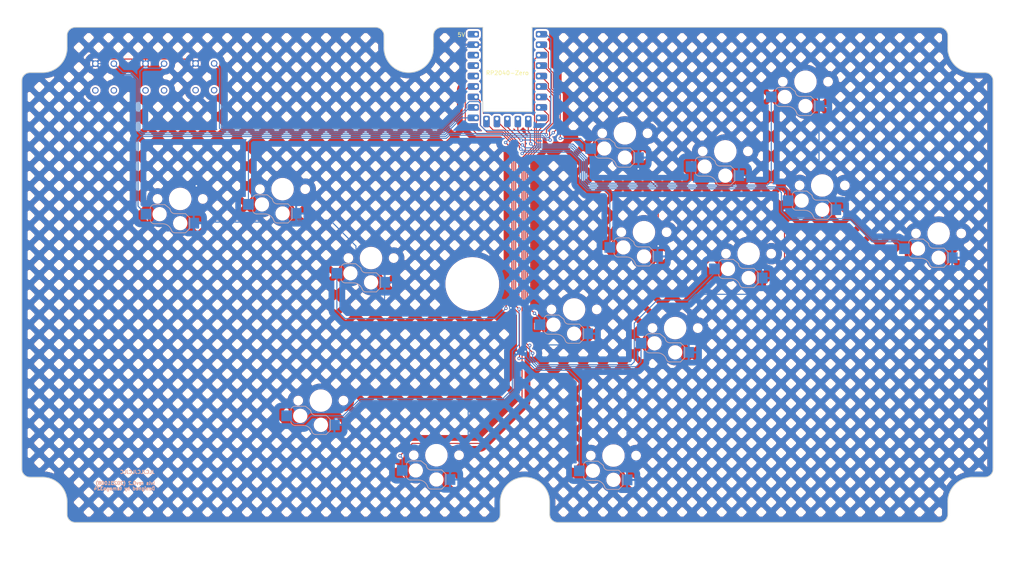
<source format=kicad_pcb>
(kicad_pcb (version 20221018) (generator pcbnew)
  (layers (0 "F.Cu" signal) (31 "B.Cu" signal) (34 "B.Paste" user) (35 "F.Paste" user) (36 "B.SilkS" user "B.Silkscreen") (37 "F.SilkS" user "F.Silkscreen") (38 "B.Mask" user) (39 "F.Mask" user) (44 "Edge.Cuts" user))
  (net 0 "")
  (net 1 "UP")
  (net 2 "DOWN")
  (net 3 "RIGHT")
  (net 4 "LEFT")
  (net 5 "B1(1K)")
  (net 6 "B2(2K)")
  (net 7 "R2(3K)")
  (net 8 "L2(4K)")
  (net 9 "B3(1P)")
  (net 10 "B4(2P)")
  (net 11 "R1(3P)")
  (net 12 "L1(4P)")
  (net 13 "S1(SELECT)")
  (net 14 "S2(START)")
  (net 15 "A1(HOME)")
  (net 16 "LS(L3)")
  (net 17 "RS(R3)")
  (net 18 "A2(CAPTURE)")
  (net 19 "GND")
  (net 20 "+3.3V")
  (footprint "lvls_kbd_parts:nut_hole_12.6" (layer "F.Cu") (at 129.6 85.7)
    (fp_text reference "H1" hide)
    (fp_text value "MountingHole" hide)
  )
  (footprint "lvls_kbd_parts:ChocV1_V2_Hotswap_mods" (layer "F.Cu") (at 92.79 114.04)
    (fp_text reference "SW13" hide)
    (fp_text value "SW_PUSH" hide)
  )
  (footprint "lvls_kbd_parts:ChocV1_V2_Hotswap_mods" (layer "F.Cu") (at 163.92 127.4)
    (fp_text reference "SW15" hide)
    (fp_text value "SW_PUSH" hide)
  )
  (footprint "SamacSys_Parts:TS0606FNBLK" (layer "F.Cu") (at 42.48 32.1315 -90)
    (fp_text reference "S1" hide)
    (fp_text value "TS-0606-F-N-BLK" hide)
  )
  (footprint "lvls_kbd_parts:ChocV1_V2_Hotswap_mods" (layer "F.Cu") (at 58.6 65.02)
    (fp_text reference "SW3" hide)
    (fp_text value "SW_PUSH" hide)
  )
  (footprint "lvls_kbd_parts:RP2040-Zero" (layer "F.Cu") (at 127.979 47.845)
    (fp_text reference "RZ1")
    (fp_text value "RP2040-Zero")
  )
  (footprint "lvls_kbd_parts:ChocV1_V2_Hotswap_mods" (layer "F.Cu") (at 178.92 96.41)
    (fp_text reference "SW11" hide)
    (fp_text value "SW_PUSH" hide)
  )
  (footprint "lvls_kbd_parts:ChocV1_V2_Hotswap_mods" (layer "F.Cu") (at 120.88 127.32)
    (fp_text reference "SW14" hide)
    (fp_text value "SW_PUSH" hide)
  )
  (footprint "lvls_kbd_parts:ChocV1_V2_Hotswap_mods" (layer "F.Cu") (at 214.67 61.74)
    (fp_text reference "SW8" hide)
    (fp_text value "SW_PUSH" hide)
  )
  (footprint "lvls_kbd_parts:ChocV1_V2_Hotswap_mods" (layer "F.Cu") (at 104.99 79.39)
    (fp_text reference "SW5" hide)
    (fp_text value "SW_PUSH" hide)
  )
  (footprint "lvls_kbd_parts:ChocV1_V2_Hotswap_mods" (layer "F.Cu") (at 191.11 53.45)
    (fp_text reference "SW7" hide)
    (fp_text value "SW_PUSH" hide)
  )
  (footprint "lvls_kbd_parts:ChocV1_V2_Hotswap_mods" (layer "F.Cu") (at 154.35 91.88)
    (fp_text reference "SW10" hide)
    (fp_text value "SW_PUSH" hide)
  )
  (footprint "lvls_kbd_parts:ChocV1_V2_Hotswap_mods" (layer "F.Cu") (at 196.78 78.33)
    (fp_text reference "SW12" hide)
    (fp_text value "SW_PUSH" hide)
  )
  (footprint "lvls_kbd_parts:ChocV1_V2_Hotswap_mods" (layer "F.Cu") (at 242.97 73.41)
    (fp_text reference "SW9" hide)
    (fp_text value "SW_PUSH" hide)
  )
  (footprint "lvls_kbd_parts:ChocV1_V2_Hotswap_mods" (layer "F.Cu") (at 171.34 73.1)
    (fp_text reference "SW6" hide)
    (fp_text value "SW_PUSH" hide)
  )
  (footprint "lvls_kbd_parts:ChocV1_V2_Hotswap_mods" (layer "F.Cu") (at 210.59 36.52)
    (fp_text reference "SW1" hide)
    (fp_text value "SW_PUSH" hide)
  )
  (footprint "SamacSys_Parts:TS0606FNBLK" (layer "F.Cu") (at 54.68 32.1315 -90)
    (fp_text reference "S2" hide)
    (fp_text value "TS-0606-F-N-BLK" hide)
  )
  (footprint "lvls_kbd_parts:ChocV1_V2_Hotswap_mods" (layer "F.Cu") (at 166.7 49.07)
    (fp_text reference "SW2" hide)
    (fp_text value "SW_PUSH" hide)
  )
  (footprint "SamacSys_Parts:TS0606FNBLK" (layer "F.Cu") (at 66.85 32.0815 -90)
    (fp_text reference "S3" hide)
    (fp_text value "TS-0606-F-N-BLK" hide)
  )
  (footprint "lvls_kbd_parts:ChocV1_V2_Hotswap_mods" (layer "F.Cu") (at 83.49 62.64)
    (fp_text reference "SW4" hide)
    (fp_text value "SW_PUSH" hide)
  )
  (gr_arc (start 31.1 28.3) (mid 29.34264 32.54264) (end 25.1 34.3) (stroke (width 0.2)) (layer "Edge.Cuts"))
  (gr_arc (start 245.19973 138.670263) (mid 246.957082 134.427605) (end 251.19973 132.670263) (stroke (width 0.2)) (layer "Edge.Cuts"))
  (gr_arc (start 245.19973 141.670263) (mid 244.613936 143.08446) (end 243.19973 143.670263) (stroke (width 0.2)) (layer "Edge.Cuts"))
  (gr_line (start 132.149865 23.3) (end 132.149865 43.8) (stroke (width 0.2)) (layer "Edge.Cuts"))
  (gr_arc (start 136.39635 141.670263) (mid 135.810564 143.084477) (end 134.39635 143.670263) (stroke (width 0.2)) (layer "Edge.Cuts"))
  (gr_line (start 22.1 132.670263) (end 25.1 132.670263) (stroke (width 0.2)) (layer "Edge.Cuts"))
  (gr_arc (start 120.149865 28.3) (mid 114.149865 34.3) (end 108.149865 28.3) (stroke (width 0.2)) (layer "Edge.Cuts"))
  (gr_line (start 33.1 23.3) (end 106.149865 23.3) (stroke (width 0.2)) (layer "Edge.Cuts"))
  (gr_arc (start 31.1 25.3) (mid 31.685786 23.885786) (end 33.1 23.3) (stroke (width 0.2)) (layer "Edge.Cuts"))
  (gr_arc (start 22.1 132.670263) (mid 20.685786 132.084477) (end 20.1 130.670263) (stroke (width 0.2)) (layer "Edge.Cuts"))
  (gr_line (start 256.19973 36.3) (end 256.19973 130.670263) (stroke (width 0.2)) (layer "Edge.Cuts"))
  (gr_line (start 120.149865 25.3) (end 120.149865 28.3) (stroke (width 0.2)) (layer "Edge.Cuts"))
  (gr_arc (start 33.1 143.670263) (mid 31.685786 143.084477) (end 31.1 141.670263) (stroke (width 0.2)) (layer "Edge.Cuts"))
  (gr_line (start 245.19973 141.670263) (end 245.19973 138.670263) (stroke (width 0.2)) (layer "Edge.Cuts"))
  (gr_line (start 254.19973 34.3) (end 251.19973 34.3) (stroke (width 0.2)) (layer "Edge.Cuts"))
  (gr_line (start 20.1 36.3) (end 20.1 130.670263) (stroke (width 0.2)) (layer "Edge.Cuts"))
  (gr_arc (start 256.19973 130.670263) (mid 255.613936 132.08446) (end 254.19973 132.670263) (stroke (width 0.2)) (layer "Edge.Cuts"))
  (gr_arc (start 120.149865 25.3) (mid 120.735651 23.885786) (end 122.149865 23.3) (stroke (width 0.2)) (layer "Edge.Cuts"))
  (gr_line (start 122.149865 23.3) (end 132.149865 23.3) (stroke (width 0.2)) (layer "Edge.Cuts"))
  (gr_arc (start 25.1 132.670263) (mid 29.34264 134.427623) (end 31.1 138.670263) (stroke (width 0.2)) (layer "Edge.Cuts"))
  (gr_line (start 31.1 141.670263) (end 31.1 138.670263) (stroke (width 0.2)) (layer "Edge.Cuts"))
  (gr_arc (start 136.39635 138.670263) (mid 142.39635 132.670263) (end 148.39635 138.670263) (stroke (width 0.2)) (layer "Edge.Cuts"))
  (gr_arc (start 20.1 36.3) (mid 20.685786 34.885786) (end 22.1 34.3) (stroke (width 0.2)) (layer "Edge.Cuts"))
  (gr_line (start 132.149865 43.8) (end 144.149865 43.8) (stroke (width 0.2)) (layer "Edge.Cuts"))
  (gr_arc (start 106.149865 23.3) (mid 107.564079 23.885786) (end 108.149865 25.3) (stroke (width 0.2)) (layer "Edge.Cuts"))
  (gr_line (start 136.39635 141.670263) (end 136.39635 138.670263) (stroke (width 0.2)) (layer "Edge.Cuts"))
  (gr_line (start 150.39635 143.670263) (end 243.19973 143.670263) (stroke (width 0.2)) (layer "Edge.Cuts"))
  (gr_line (start 148.39635 141.670263) (end 148.39635 138.670263) (stroke (width 0.2)) (layer "Edge.Cuts"))
  (gr_arc (start 243.19973 23.3) (mid 244.613969 23.885778) (end 245.19973 25.3) (stroke (width 0.2)) (layer "Edge.Cuts"))
  (gr_arc (start 150.39635 143.670263) (mid 148.98214 143.084475) (end 148.39635 141.670263) (stroke (width 0.2)) (layer "Edge.Cuts"))
  (gr_line (start 245.19973 25.3) (end 245.19973 28.3) (stroke (width 0.2)) (layer "Edge.Cuts"))
  (gr_line (start 33.1 143.670263) (end 134.39635 143.670263) (stroke (width 0.2)) (layer "Edge.Cuts"))
  (gr_arc (start 251.19973 34.3) (mid 246.957091 32.542639) (end 245.19973 28.3) (stroke (width 0.2)) (layer "Edge.Cuts"))
  (gr_line (start 22.1 34.3) (end 25.1 34.3) (stroke (width 0.2)) (layer "Edge.Cuts"))
  (gr_line (start 108.149865 25.3) (end 108.149865 28.3) (stroke (width 0.2)) (layer "Edge.Cuts"))
  (gr_line (start 31.1 25.3) (end 31.1 28.3) (stroke (width 0.2)) (layer "Edge.Cuts"))
  (gr_line (start 254.19973 132.670263) (end 251.19973 132.670263) (stroke (width 0.2)) (layer "Edge.Cuts"))
  (gr_line (start 144.149865 23.3) (end 243.19973 23.3) (stroke (width 0.2)) (layer "Edge.Cuts"))
  (gr_arc (start 254.19973 34.3) (mid 255.613969 34.885778) (end 256.19973 36.3) (stroke (width 0.2)) (layer "Edge.Cuts"))
  (gr_line (start 144.149865 43.8) (end 144.149865 23.3) (stroke (width 0.2)) (layer "Edge.Cuts"))
  (gr_text "JLCJLCJLCJLC" (at 48.2 131.4) (layer "B.SilkS") (effects (font (size 0.8128 0.8128) (thickness 0.2032) bold) (justify mirror)))
  (gr_text "lvls rev0.2 (20231008)\nDesigned by tamago324" (at 52.6 135.9) (layer "B.SilkS") (effects (font (size 0.8128 0.8128) (thickness 0.2032) bold) (justify left bottom mirror)))
  (segment (start 144.734 51.991305) (end 141.7 55.025305) (width 0.25) (layer "F.Cu") (net 1))
  (segment (start 141.7 114.22) (end 131.475 124.445) (width 0.25) (layer "F.Cu") (net 1))
  (segment (start 144.734 31.09) (end 144.734 51.991305) (width 0.25) (layer "F.Cu") (net 1))
  (segment (start 115.035 124.445) (end 112.04 127.44) (width 0.25) (layer "F.Cu") (net 1))
  (segment (start 141.7 55.025305) (end 141.7 114.22) (width 0.25) (layer "F.Cu") (net 1))
  (segment (start 131.475 124.445) (end 115.035 124.445) (width 0.25) (layer "F.Cu") (net 1))
  (segment (start 145.759 30.065) (end 144.734 31.09) (width 0.25) (layer "F.Cu") (net 1))
  (via (at 112.04 127.44) (size 0.8) (drill 0.4) (layers "F.Cu" "B.Cu") (net 1))
  (segment (start 112.58 127.98) (end 112.58 131.02) (width 0.25) (layer "B.Cu") (net 1))
  (segment (start 112.04 127.44) (end 112.58 127.98) (width 0.25) (layer "B.Cu") (net 1))
  (segment (start 146.88 32.605) (end 145.759 32.605) (width 0.25) (layer "F.Cu") (net 2))
  (segment (start 148.85 38.177208) (end 148.85 34.575) (width 0.25) (layer "F.Cu") (net 2))
  (segment (start 150.4655 39.792708) (end 148.85 38.177208) (width 0.25) (layer "F.Cu") (net 2))
  (segment (start 149.3 48.9) (end 150.4655 47.7345) (width 0.25) (layer "F.Cu") (net 2))
  (segment (start 148.85 34.575) (end 146.88 32.605) (width 0.25) (layer "F.Cu") (net 2))
  (segment (start 150.4655 47.7345) (end 150.4655 39.792708) (width 0.25) (layer "F.Cu") (net 2))
  (via (at 149.3 48.9) (size 0.8) (drill 0.4) (layers "F.Cu" "B.Cu") (net 2))
  (segment (start 146.724695 49.55) (end 124.059188 49.55) (width 0.25) (layer "B.Cu") (net 2))
  (segment (start 76.0005 50.2995) (end 75.19 51.11) (width 0.25) (layer "B.Cu") (net 2))
  (segment (start 148.059503 50.140497) (end 147.315192 50.140497) (width 0.25) (layer "B.Cu") (net 2))
  (segment (start 124.059188 49.55) (end 123.309688 50.2995) (width 0.25) (layer "B.Cu") (net 2))
  (segment (start 75.19 51.11) (end 75.19 66.34) (width 0.25) (layer "B.Cu") (net 2))
  (segment (start 123.309688 50.2995) (end 76.0005 50.2995) (width 0.25) (layer "B.Cu") (net 2))
  (segment (start 149.3 48.9) (end 148.059503 50.140497) (width 0.25) (layer "B.Cu") (net 2))
  (segment (start 147.315192 50.140497) (end 146.724695 49.55) (width 0.25) (layer "B.Cu") (net 2))
  (segment (start 148.512299 50.712299) (end 148.4 50.6) (width 0.25) (layer "F.Cu") (net 3))
  (segment (start 148.4 50.6) (end 148.4 48.072792) (width 0.25) (layer "F.Cu") (net 3))
  (segment (start 139.25 52.85) (end 137.7 51.3) (width 0.25) (layer "F.Cu") (net 3))
  (segment (start 139.25 89.55) (end 139.25 52.85) (width 0.25) (layer "F.Cu") (net 3))
  (segment (start 137.801334 91.601334) (end 137.801334 90.998666) (width 0.25) (layer "F.Cu") (net 3))
  (segment (start 148.116 38.079604) (end 148.116 36.984624) (width 0.25) (layer "F.Cu") (net 3))
  (segment (start 148.4 48.072792) (end 150.0155 46.457292) (width 0.25) (layer "F.Cu") (net 3))
  (segment (start 146.276376 35.145) (end 145.759 35.145) (width 0.25) (layer "F.Cu") (net 3))
  (segment (start 150.0155 39.979104) (end 148.116 38.079604) (width 0.25) (layer "F.Cu") (net 3))
  (segment (start 148.116 36.984624) (end 146.276376 35.145) (width 0.25) (layer "F.Cu") (net 3))
  (segment (start 137.801334 90.998666) (end 139.25 89.55) (width 0.25) (layer "F.Cu") (net 3))
  (segment (start 150.0155 46.457292) (end 150.0155 39.979104) (width 0.25) (layer "F.Cu") (net 3))
  (via (at 137.801334 91.601334) (size 0.8) (drill 0.4) (layers "F.Cu" "B.Cu") (net 3))
  (via (at 148.512299 50.712299) (size 0.8) (drill 0.4) (layers "F.Cu" "B.Cu") (net 3))
  (via (at 137.7 51.3) (size 0.8) (drill 0.4) (layers "F.Cu" "B.Cu") (net 3))
  (segment (start 146.538299 50) (end 139 50) (width 0.25) (layer "B.Cu") (net 3))
  (segment (start 96.69 92.09) (end 96.69 83.09) (width 0.25) (layer "B.Cu") (net 3))
  (segment (start 148.512299 50.712299) (end 147.250598 50.712299) (width 0.25) (layer "B.Cu") (net 3))
  (segment (start 139 50) (end 137.7 51.3) (width 0.25) (layer "B.Cu") (net 3))
  (segment (start 98.7 94.1) (end 96.69 92.09) (width 0.25) (layer "B.Cu") (net 3))
  (segment (start 135.302669 94.1) (end 98.7 94.1) (width 0.25) (layer "B.Cu") (net 3))
  (segment (start 96.53 82.93) (end 96.69 83.09) (width 0.25) (layer "B.Cu") (net 3))
  (segment (start 137.7 51.3) (end 137.8 51.2) (width 0.25) (layer "B.Cu") (net 3))
  (segment (start 137.801334 91.601334) (end 135.302669 94.1) (width 0.25) (layer "B.Cu") (net 3))
  (segment (start 147.250598 50.712299) (end 146.538299 50) (width 0.25) (layer "B.Cu") (net 3))
  (segment (start 149.3 39.9) (end 147.085 37.685) (width 0.25) (layer "F.Cu") (net 4))
  (segment (start 147.615497 49.415497) (end 147.615497 48.220899) (width 0.25) (layer "F.Cu") (net 4))
  (segment (start 147.615497 48.220899) (end 149.3 46.536396) (width 0.25) (layer "F.Cu") (net 4))
  (segment (start 147.085 37.685) (end 145.759 37.685) (width 0.25) (layer "F.Cu") (net 4))
  (segment (start 149.3 46.536396) (end 149.3 39.9) (width 0.25) (layer "F.Cu") (net 4))
  (via (at 147.615497 49.415497) (size 0.8) (drill 0.4) (layers "F.Cu" "B.Cu") (net 4))
  (segment (start 48.35 50.75) (end 48.35 66.77) (width 0.25) (layer "B.Cu") (net 4))
  (segment (start 48.35 66.77) (end 50.3 68.72) (width 0.25) (layer "B.Cu") (net 4))
  (segment (start 147.3 49.1) (end 123.872792 49.1) (width 0.25) (layer "B.Cu") (net 4))
  (segment (start 147.615497 49.415497) (end 147.3 49.1) (width 0.25) (layer "B.Cu") (net 4))
  (segment (start 49.2505 49.8495) (end 48.35 50.75) (width 0.25) (layer "B.Cu") (net 4))
  (segment (start 123.123292 49.8495) (end 49.2505 49.8495) (width 0.25) (layer "B.Cu") (net 4))
  (segment (start 123.872792 49.1) (end 123.123292 49.8495) (width 0.25) (layer "B.Cu") (net 4))
  (segment (start 146.1 52.534493) (end 143.05 55.584493) (width 0.25) (layer "F.Cu") (net 5))
  (segment (start 147.4 40.225) (end 148.566 41.391) (width 0.25) (layer "F.Cu") (net 5))
  (segment (start 148.566 46.634) (end 146.1 49.1) (width 0.25) (layer "F.Cu") (net 5))
  (segment (start 144.73 92.82) (end 144.81 92.89) (width 0.25) (layer "F.Cu") (net 5))
  (segment (start 143.05 91.14) (end 144.73 92.82) (width 0.25) (layer "F.Cu") (net 5))
  (segment (start 145.759 40.225) (end 147.4 40.225) (width 0.25) (layer "F.Cu") (net 5))
  (segment (start 146.1 49.1) (end 146.1 52.534493) (width 0.25) (layer "F.Cu") (net 5))
  (segment (start 148.566 41.391) (end 148.566 46.634) (width 0.25) (layer "F.Cu") (net 5))
  (segment (start 143.05 55.584493) (end 143.05 91.14) (width 0.25) (layer "F.Cu") (net 5))
  (via (at 144.73 92.82) (size 0.8) (drill 0.4) (layers "F.Cu" "B.Cu") (net 5))
  (segment (start 146.05 94.14) (end 144.73 92.82) (width 0.25) (layer "B.Cu") (net 5))
  (segment (start 146.05 95.58) (end 146.05 94.14) (width 0.25) (layer "B.Cu") (net 5))
  (segment (start 145.634 48.487376) (end 148.116 46.005376) (width 0.25) (layer "F.Cu") (net 6))
  (segment (start 147.211376 43.7) (end 147.2 43.7) (width 0.25) (layer "F.Cu") (net 6))
  (segment (start 146.276376 42.765) (end 145.759 42.765) (width 0.25) (layer "F.Cu") (net 6))
  (segment (start 143.224039 100.624039) (end 142.6 100) (width 0.25) (layer "F.Cu") (net 6))
  (segment (start 142.6 100) (end 142.6 55.398097) (width 0.25) (layer "F.Cu") (net 6))
  (segment (start 147.2 43.7) (end 147.2 43.688624) (width 0.25) (layer "F.Cu") (net 6))
  (segment (start 148.116 46.005376) (end 148.116 44.604624) (width 0.25) (layer "F.Cu") (net 6))
  (segment (start 142.6 55.398097) (end 145.634 52.364097) (width 0.25) (layer "F.Cu") (net 6))
  (segment (start 148.116 44.604624) (end 147.211376 43.7) (width 0.25) (layer "F.Cu") (net 6))
  (segment (start 145.634 52.364097) (end 145.634 48.487376) (width 0.25) (layer "F.Cu") (net 6))
  (segment (start 143.558638 100.624039) (end 143.224039 100.624039) (width 0.25) (layer "F.Cu") (net 6))
  (segment (start 147.2 43.688624) (end 146.276376 42.765) (width 0.25) (layer "F.Cu") (net 6))
  (via (at 143.558638 100.624039) (size 0.8) (drill 0.4) (layers "F.Cu" "B.Cu") (net 6))
  (segment (start 169.4215 105.7785) (end 170.62 104.58) (width 0.25) (layer "B.Cu") (net 6))
  (segment (start 143.558638 103.622242) (end 145.714896 105.7785) (width 0.25) (layer "B.Cu") (net 6))
  (segment (start 145.714896 105.7785) (end 169.4215 105.7785) (width 0.25) (layer "B.Cu") (net 6))
  (segment (start 143.558638 100.624039) (end 143.558638 103.622242) (width 0.25) (layer "B.Cu") (net 6))
  (segment (start 170.62 104.58) (end 170.62 100.11) (width 0.25) (layer "B.Cu") (net 6))
  (segment (start 145.184 52.177701) (end 145.184 45.88) (width 0.25) (layer "F.Cu") (net 7))
  (segment (start 144.283138 102.537701) (end 144.283138 102.373138) (width 0.25) (layer "F.Cu") (net 7))
  (segment (start 142.15 55.211701) (end 145.184 52.177701) (width 0.25) (layer "F.Cu") (net 7))
  (segment (start 145.184 45.88) (end 145.759 45.305) (width 0.25) (layer "F.Cu") (net 7))
  (segment (start 144.283138 102.373138) (end 142.15 100.24) (width 0.25) (layer "F.Cu") (net 7))
  (segment (start 142.15 100.24) (end 142.15 55.211701) (width 0.25) (layer "F.Cu") (net 7))
  (via (at 144.283138 102.537701) (size 0.8) (drill 0.4) (layers "F.Cu" "B.Cu") (net 7))
  (segment (start 168.995 95.205) (end 174.6 89.6) (width 0.25) (layer "B.Cu") (net 7))
  (segment (start 144.283138 102.537701) (end 144.283138 103.710346) (width 0.25) (layer "B.Cu") (net 7))
  (segment (start 145.901292 105.3285) (end 168.2715 105.3285) (width 0.25) (layer "B.Cu") (net 7))
  (segment (start 168.2715 105.3285) (end 168.995 104.605) (width 0.25) (layer "B.Cu") (net 7))
  (segment (start 168.995 104.605) (end 168.995 95.205) (width 0.25) (layer "B.Cu") (net 7))
  (segment (start 174.6 89.6) (end 181.863604 89.6) (width 0.25) (layer "B.Cu") (net 7))
  (segment (start 144.283138 103.710346) (end 145.901292 105.3285) (width 0.25) (layer "B.Cu") (net 7))
  (segment (start 181.863604 89.6) (end 188.48 82.983604) (width 0.25) (layer "B.Cu") (net 7))
  (segment (start 188.48 82.983604) (end 188.48 82.03) (width 0.25) (layer "B.Cu") (net 7))
  (segment (start 143.8 51.6) (end 143.8 51.7) (width 0.25) (layer "F.Cu") (net 8))
  (segment (start 143.7 51.6) (end 143.7 51.6) (width 0.25) (layer "F.Cu") (net 8))
  (segment (start 143.7 51.6) (end 143.8 51.6) (width 0.25) (layer "F.Cu") (net 8))
  (segment (start 143.7 49.1245) (end 143.219 48.6435) (width 0.25) (layer "F.Cu") (net 8))
  (segment (start 143.8 51.7) (end 143.9 51.8) (width 0.25) (layer "F.Cu") (net 8))
  (segment (start 143.7 49.1245) (end 143.7 51.6) (width 0.25) (layer "F.Cu") (net 8))
  (segment (start 143.219 48.6435) (end 143.219 45.515) (width 0.25) (layer "F.Cu") (net 8))
  (via (at 143.8 51.6) (size 0.8) (drill 0.4) (layers "F.Cu" "B.Cu") (net 8))
  (segment (start 201.35 61.65) (end 202.29 60.71) (width 0.25) (layer "B.Cu") (net 8))
  (segment (start 143.8 51.6) (end 144.35 52.15) (width 0.25) (layer "B.Cu") (net 8))
  (segment (start 157.05 55.286396) (end 157.05 60.45) (width 0.25) (layer "B.Cu") (net 8))
  (segment (start 144.35 52.15) (end 153.913604 52.15) (width 0.25) (layer "B.Cu") (net 8))
  (segment (start 157.05 60.45) (end 158.25 61.65) (width 0.25) (layer "B.Cu") (net 8))
  (segment (start 202.29 60.71) (end 202.29 40.22) (width 0.25) (layer "B.Cu") (net 8))
  (segment (start 158.25 61.65) (end 201.35 61.65) (width 0.25) (layer "B.Cu") (net 8))
  (segment (start 153.913604 52.15) (end 157.05 55.286396) (width 0.25) (layer "B.Cu") (net 8))
  (segment (start 142.5 53.298395) (end 142.5 50.3) (width 0.25) (layer "F.Cu") (net 9))
  (segment (start 142.5 50.3) (end 140.679 48.479) (width 0.25) (layer "F.Cu") (net 9))
  (segment (start 141.876195 53.824511) (end 141.973884 53.824511) (width 0.25) (layer "F.Cu") (net 9))
  (segment (start 141.973884 53.824511) (end 142.5 53.298395) (width 0.25) (layer "F.Cu") (net 9))
  (segment (start 141.744918 53.955788) (end 141.876195 53.824511) (width 0.25) (layer "F.Cu") (net 9))
  (segment (start 140.679 48.479) (end 140.679 45.515) (width 0.25) (layer "F.Cu") (net 9))
  (via (at 141.744918 53.955788) (size 0.8) (drill 0.4) (layers "F.Cu" "B.Cu") (net 9))
  (segment (start 153.507641 53.653225) (end 155.7 55.845584) (width 0.25) (layer "B.Cu") (net 9))
  (segment (start 141.744918 53.955788) (end 141.744918 53.891813) (width 0.25) (layer "B.Cu") (net 9))
  (segment (start 141.983506 53.653225) (end 153.507641 53.653225) (width 0.25) (layer "B.Cu") (net 9))
  (segment (start 157.590812 63) (end 162.2 63) (width 0.25) (layer "B.Cu") (net 9))
  (segment (start 141.744918 53.891813) (end 141.983506 53.653225) (width 0.25) (layer "B.Cu") (net 9))
  (segment (start 162.2 63) (end 163.04 63.84) (width 0.25) (layer "B.Cu") (net 9))
  (segment (start 163.04 63.84) (end 163.04 76.8) (width 0.25) (layer "B.Cu") (net 9))
  (segment (start 155.7 55.845584) (end 155.7 61.109188) (width 0.25) (layer "B.Cu") (net 9))
  (segment (start 155.7 61.109188) (end 157.590812 63) (width 0.25) (layer "B.Cu") (net 9))
  (segment (start 141.5 50.7245) (end 141.3245 50.7245) (width 0.25) (layer "F.Cu") (net 10))
  (segment (start 138.139 47.539) (end 138.139 45.515) (width 0.25) (layer "F.Cu") (net 10))
  (segment (start 141.3245 50.7245) (end 138.139 47.539) (width 0.25) (layer "F.Cu") (net 10))
  (via (at 141.5 50.7245) (size 0.8) (drill 0.4) (layers "F.Cu" "B.Cu") (net 10))
  (segment (start 145.3 51.7) (end 154.1 51.7) (width 0.25) (layer "B.Cu") (net 10))
  (segment (start 141.5 50.7245) (end 141.5245 50.7) (width 0.25) (layer "B.Cu") (net 10))
  (segment (start 157.5 55.1) (end 157.5 60.263604) (width 0.25) (layer "B.Cu") (net 10))
  (segment (start 157.5 60.263604) (end 158.436396 61.2) (width 0.25) (layer "B.Cu") (net 10))
  (segment (start 158.436396 61.2) (end 182 61.2) (width 0.25) (layer "B.Cu") (net 10))
  (segment (start 182 61.2) (end 182.81 60.39) (width 0.25) (layer "B.Cu") (net 10))
  (segment (start 141.5245 50.7) (end 144.3 50.7) (width 0.25) (layer "B.Cu") (net 10))
  (segment (start 182.81 60.39) (end 182.81 57.15) (width 0.25) (layer "B.Cu") (net 10))
  (segment (start 154.1 51.7) (end 157.5 55.1) (width 0.25) (layer "B.Cu") (net 10))
  (segment (start 144.3 50.7) (end 145.3 51.7) (width 0.25) (layer "B.Cu") (net 10))
  (segment (start 141.7755 51.9) (end 141.431605 51.9) (width 0.25) (layer "F.Cu") (net 11))
  (segment (start 141.431605 51.9) (end 135.599 46.067395) (width 0.25) (layer "F.Cu") (net 11))
  (segment (start 135.599 46.067395) (end 135.599 45.515) (width 0.25) (layer "F.Cu") (net 11))
  (via (at 141.7755 51.9) (size 0.8) (drill 0.4) (layers "F.Cu" "B.Cu") (net 11))
  (segment (start 141.7755 51.9) (end 142.4755 52.6) (width 0.25) (layer "B.Cu") (net 11))
  (segment (start 205.5 62.1) (end 206.37 62.97) (width 0.25) (layer "B.Cu") (net 11))
  (segment (start 153.727208 52.6) (end 156.6 55.472792) (width 0.25) (layer "B.Cu") (net 11))
  (segment (start 157.963604 62.1) (end 205.5 62.1) (width 0.25) (layer "B.Cu") (net 11))
  (segment (start 156.6 55.472792) (end 156.6 60.736396) (width 0.25) (layer "B.Cu") (net 11))
  (segment (start 206.37 62.97) (end 206.37 65.44) (width 0.25) (layer "B.Cu") (net 11))
  (segment (start 156.6 60.736396) (end 157.963604 62.1) (width 0.25) (layer "B.Cu") (net 11))
  (segment (start 142.4755 52.6) (end 153.727208 52.6) (width 0.25) (layer "B.Cu") (net 11))
  (segment (start 133.059 46.659) (end 133.059 45.515) (width 0.25) (layer "F.Cu") (net 12))
  (segment (start 137.195209 48.3) (end 134.7 48.3) (width 0.25) (layer "F.Cu") (net 12))
  (segment (start 141.4 52.9) (end 141.0505 52.5505) (width 0.25) (layer "F.Cu") (net 12))
  (segment (start 141.0505 52.155291) (end 137.195209 48.3) (width 0.25) (layer "F.Cu") (net 12))
  (segment (start 141.0505 52.5505) (end 141.0505 52.155291) (width 0.25) (layer "F.Cu") (net 12))
  (segment (start 134.7 48.3) (end 133.059 46.659) (width 0.25) (layer "F.Cu") (net 12))
  (via (at 141.4 52.9) (size 0.8) (drill 0.4) (layers "F.Cu" "B.Cu") (net 12))
  (segment (start 157.777208 62.55) (end 203.85 62.55) (width 0.25) (layer "B.Cu") (net 12))
  (segment (start 204.745 63.445) (end 204.745 68.070305) (width 0.25) (layer "B.Cu") (net 12))
  (segment (start 156.15 55.659188) (end 156.15 60.922792) (width 0.25) (layer "B.Cu") (net 12))
  (segment (start 206.914695 70.24) (end 221.560604 70.24) (width 0.25) (layer "B.Cu") (net 12))
  (segment (start 226.755604 75.435) (end 232.995 75.435) (width 0.25) (layer "B.Cu") (net 12))
  (segment (start 204.745 68.070305) (end 206.914695 70.24) (width 0.25) (layer "B.Cu") (net 12))
  (segment (start 203.85 62.55) (end 204.745 63.445) (width 0.25) (layer "B.Cu") (net 12))
  (segment (start 156.15 60.922792) (end 157.777208 62.55) (width 0.25) (layer "B.Cu") (net 12))
  (segment (start 141.4 52.9) (end 141.493885 52.9) (width 0.25) (layer "B.Cu") (net 12))
  (segment (start 141.493885 52.9) (end 141.79711 53.203225) (width 0.25) (layer "B.Cu") (net 12))
  (segment (start 232.995 75.435) (end 234.67 77.11) (width 0.25) (layer "B.Cu") (net 12))
  (segment (start 221.560604 70.24) (end 226.755604 75.435) (width 0.25) (layer "B.Cu") (net 12))
  (segment (start 141.79711 53.203225) (end 153.694037 53.203225) (width 0.25) (layer "B.Cu") (net 12))
  (segment (start 153.694037 53.203225) (end 156.15 55.659188) (width 0.25) (layer "B.Cu") (net 12))
  (segment (start 128.876524 41.3501) (end 131.119276 41.3501) (width 0.25) (layer "B.Cu") (net 13))
  (segment (start 148.69 26.1) (end 147.575 24.985) (width 0.25) (layer "B.Cu") (net 13))
  (segment (start 131.64 47.188395) (end 132.851605 48.4) (width 0.25) (layer "B.Cu") (net 13))
  (segment (start 128.162 42.064624) (end 128.876524 41.3501) (width 0.25) (layer "B.Cu") (net 13))
  (segment (start 122.564104 48.4995) (end 128.162 42.901604) (width 0.25) (layer "B.Cu") (net 13))
  (segment (start 148.69 46.68) (end 148.69 26.1) (width 0.25) (layer "B.Cu") (net 13))
  (segment (start 147.575 24.985) (end 145.759 24.985) (width 0.25) (layer "B.Cu") (net 13))
  (segment (start 66.85 32.0815) (end 68.15 33.3815) (width 0.25) (layer "B.Cu") (net 13))
  (segment (start 132.851605 48.4) (end 146.97 48.4) (width 0.25) (layer "B.Cu") (net 13))
  (segment (start 68.15 33.3815) (end 68.15 47.824) (width 0.25) (layer "B.Cu") (net 13))
  (segment (start 131.119276 41.3501) (end 131.64 41.870824) (width 0.25) (layer "B.Cu") (net 13))
  (segment (start 146.97 48.4) (end 148.69 46.68) (width 0.25) (layer "B.Cu") (net 13))
  (segment (start 68.15 47.824) (end 68.8255 48.4995) (width 0.25) (layer "B.Cu") (net 13))
  (segment (start 131.64 41.870824) (end 131.64 47.188395) (width 0.25) (layer "B.Cu") (net 13))
  (segment (start 68.8255 48.4995) (end 122.564104 48.4995) (width 0.25) (layer "B.Cu") (net 13))
  (segment (start 128.162 42.901604) (end 128.162 42.064624) (width 0.25) (layer "B.Cu") (net 13))
  (segment (start 148.116 33.204604) (end 148.116 29.364695) (width 0.25) (layer "F.Cu") (net 14))
  (segment (start 148.116 29.364695) (end 146.276305 27.525) (width 0.25) (layer "F.Cu") (net 14))
  (segment (start 151 50.3) (end 151 39.690812) (width 0.25) (layer "F.Cu") (net 14))
  (segment (start 146.276305 27.525) (end 145.759 27.525) (width 0.25) (layer "F.Cu") (net 14))
  (segment (start 149.3 37.990812) (end 149.3 34.388604) (width 0.25) (layer "F.Cu") (net 14))
  (segment (start 149.3 34.388604) (end 148.116 33.204604) (width 0.25) (layer "F.Cu") (net 14))
  (segment (start 151 39.690812) (end 149.3 37.990812) (width 0.25) (layer "F.Cu") (net 14))
  (via (at 151 50.3) (size 0.8) (drill 0.4) (layers "F.Cu" "B.Cu") (net 14))
  (segment (start 155.93 50.3) (end 158.4 52.77) (width 0.25) (layer "B.Cu") (net 14))
  (segment (start 151 50.3) (end 155.93 50.3) (width 0.25) (layer "B.Cu") (net 14))
  (segment (start 42.48 32.1315) (end 44.6685 34.32) (width 0.25) (layer "B.Cu") (net 15))
  (segment (start 127.031396 45.305) (end 130.519 45.305) (width 0.25) (layer "B.Cu") (net 15))
  (segment (start 46.756396 34.32) (end 48.35 35.913604) (width 0.25) (layer "B.Cu") (net 15))
  (segment (start 49.1995 49.3995) (end 122.936896 49.3995) (width 0.25) (layer "B.Cu") (net 15))
  (segment (start 44.6685 34.32) (end 46.756396 34.32) (width 0.25) (layer "B.Cu") (net 15))
  (segment (start 48.35 35.913604) (end 48.35 48.55) (width 0.25) (layer "B.Cu") (net 15))
  (segment (start 122.936896 49.3995) (end 127.031396 45.305) (width 0.25) (layer "B.Cu") (net 15))
  (segment (start 48.35 48.55) (end 49.1995 49.3995) (width 0.25) (layer "B.Cu") (net 15))
  (segment (start 131.544 47.092395) (end 131.544 41.25) (width 0.25) (layer "F.Cu") (net 16))
  (segment (start 140.15 51.891187) (end 137.008813 48.75) (width 0.25) (layer "F.Cu") (net 16))
  (segment (start 131.544 41.25) (end 130.519 40.225) (width 0.25) (layer "F.Cu") (net 16))
  (segment (start 137.008813 48.75) (end 133.201605 48.75) (width 0.25) (layer "F.Cu") (net 16))
  (segment (start 133.201605 48.75) (end 131.544 47.092395) (width 0.25) (layer "F.Cu") (net 16))
  (segment (start 140.9755 91.8) (end 140.15 90.9745) (width 0.25) (layer "F.Cu") (net 16))
  (segment (start 140.15 90.9745) (end 140.15 51.891187) (width 0.25) (layer "F.Cu") (net 16))
  (via (at 140.9755 91.8) (size 0.8) (drill 0.4) (layers "F.Cu" "B.Cu") (net 16))
  (segment (start 139.35 111.25) (end 137.085 113.515) (width 0.25) (layer "B.Cu") (net 16))
  (segment (start 140.9755 91.8) (end 140.9755 100.4245) (width 0.25) (layer "B.Cu") (net 16))
  (segment (start 137.085 113.515) (end 102.418416 113.515) (width 0.25) (layer "B.Cu") (net 16))
  (segment (start 102.418416 113.515) (end 98.193416 117.74) (width 0.25) (layer "B.Cu") (net 16))
  (segment (start 139.35 102.05) (end 139.35 111.25) (width 0.25) (layer "B.Cu") (net 16))
  (segment (start 86.365 119.615) (end 84.49 117.74) (width 0.25) (layer "B.Cu") (net 16))
  (segment (start 140.9755 100.4245) (end 139.35 102.05) (width 0.25) (layer "B.Cu") (net 16))
  (segment (start 90.44165 117.74) (end 88.56665 119.615) (width 0.25) (layer "B.Cu") (net 16))
  (segment (start 98.193416 117.74) (end 90.44165 117.74) (width 0.25) (layer "B.Cu") (net 16))
  (segment (start 88.56665 119.615) (end 86.365 119.615) (width 0.25) (layer "B.Cu") (net 16))
  (segment (start 139.7 91.549805) (end 139.7 52.077583) (width 0.25) (layer "F.Cu") (net 17))
  (segment (start 141.1 92.949805) (end 139.7 91.549805) (width 0.25) (layer "F.Cu") (net 17))
  (segment (start 140.9755 103.8) (end 141.1 103.6755) (width 0.25) (layer "F.Cu") (net 17))
  (segment (start 130.7 49.2) (end 127.9 46.4) (width 0.25) (layer "F.Cu") (net 17))
  (segment (start 141.1 103.6755) (end 141.1 92.949805) (width 0.25) (layer "F.Cu") (net 17))
  (segment (start 127.9 38.525) (end 128.74 37.685) (width 0.25) (layer "F.Cu") (net 17))
  (segment (start 128.74 37.685) (end 130.519 37.685) (width 0.25) (layer "F.Cu") (net 17))
  (segment (start 139.7 52.077583) (end 136.822417 49.2) (width 0.25) (layer "F.Cu") (net 17))
  (segment (start 136.822417 49.2) (end 130.7 49.2) (width 0.25) (layer "F.Cu") (net 17))
  (segment (start 127.9 46.4) (end 127.9 38.525) (width 0.25) (layer "F.Cu") (net 17))
  (via (at 140.9755 103.8) (size 0.8) (drill 0.4) (layers "F.Cu" "B.Cu") (net 17))
  (segment (start 155.62 109.22) (end 155.62 131.1) (width 0.25) (layer "B.Cu") (net 17))
  (segment (start 145.143195 106.6785) (end 153.0785 106.6785) (width 0.25) (layer "B.Cu") (net 17))
  (segment (start 142.264695 103.8) (end 145.143195 106.6785) (width 0.25) (layer "B.Cu") (net 17))
  (segment (start 140.9755 103.8) (end 142.264695 103.8) (width 0.25) (layer "B.Cu") (net 17))
  (segment (start 153.0785 106.6785) (end 155.62 109.22) (width 0.25) (layer "B.Cu") (net 17))
  (segment (start 48.8 34) (end 49.556 33.244) (width 0.25) (layer "B.Cu") (net 18))
  (segment (start 49.385896 48.9495) (end 48.8 48.363604) (width 0.25) (layer "B.Cu") (net 18))
  (segment (start 49.556 33.244) (end 53.5675 33.244) (width 0.25) (layer "B.Cu") (net 18))
  (segment (start 130.519 42.765) (end 128.935 42.765) (width 0.25) (layer "B.Cu") (net 18))
  (segment (start 122.7505 48.9495) (end 49.385896 48.9495) (width 0.25) (layer "B.Cu") (net 18))
  (segment (start 48.8 48.363604) (end 48.8 34) (width 0.25) (layer "B.Cu") (net 18))
  (segment (start 128.935 42.765) (end 122.7505 48.9495) (width 0.25) (layer "B.Cu") (net 18))
  (segment (start 53.5675 33.244) (end 54.68 32.1315) (width 0.25) (layer "B.Cu") (net 18))
  (segment (start 50.18 31.0158) (end 50.18 32.1315) (width 0.25) (layer "F.Cu") (net 19))
  (segment (start 205.5 79.8) (end 203.05 82.25) (width 0.25) (layer "F.Cu") (net 19))
  (segment (start 39.0957 31.0158) (end 50.18 31.0158) (width 0.25) (layer "F.Cu") (net 19))
  (segment (start 205.5 63.1) (end 205.5 79.8) (width 0.25) (layer "F.Cu") (net 19))
  (segment (start 138.9755 91.5) (end 140.2 92.7245) (width 0.25) (layer "F.Cu") (net 19))
  (segment (start 195.8 59.7) (end 197.17 61.07) (width 0.25) (layer "F.Cu") (net 19))
  (segment (start 37.98 32.1315) (end 39.0957 31.0158) (width 0.25) (layer "F.Cu") (net 19))
  (segment (start 61.2843 31.0158) (end 62.35 32.0815) (width 0.25) (layer "F.Cu") (net 19))
  (segment (start 140.2 92.7245) (end 140.2 102.3) (width 0.25) (layer "F.Cu") (net 19))
  (segment (start 203.47 61.07) (end 205.5 63.1) (width 0.25) (layer "F.Cu") (net 19))
  (segment (start 140.2 102.3) (end 140.3 102.4) (width 0.25) (layer "F.Cu") (net 19))
  (segment (start 203.05 82.25) (end 200.27 82.25) (width 0.25) (layer "F.Cu") (net 19))
  (segment (start 169.97 57.71) (end 174.82 62.56) (width 0.25) (layer "F.Cu") (net 19))
  (segment (start 197.17 61.07) (end 203.47 61.07) (width 0.25) (layer "F.Cu") (net 19))
  (segment (start 174.82 62.56) (end 174.82 76.44) (width 0.25) (layer "F.Cu") (net 19))
  (segment (start 142.5 102.1) (end 142.45 102.15) (width 0.25) (layer "F.Cu") (net 19))
  (segment (start 50.18 31.0158) (end 61.2843 31.0158) (width 0.25) (layer "F.Cu") (net 19))
  (via (at 138.9755 91.5) (size 0.8) (drill 0.4) (layers "F.Cu" "B.Cu") (net 19))
  (via (at 142.5 102.1) (size 0.8) (drill 0.4) (layers "F.Cu" "B.Cu") (net 19))
  (via (at 169.97 57.71) (size 0.8) (drill 0.4) (layers "F.Cu" "B.Cu") (net 19))
  (via (at 174.82 76.44) (size 0.8) (drill 0.4) (layers "F.Cu" "B.Cu") (net 19))
  (via (at 205.5 67.8) (size 0.8) (drill 0.4) (layers "F.Cu" "B.Cu") (net 19))
  (via (at 62.54 61.83) (size 0.8) (drill 0.4) (layers "F.Cu" "B.Cu") (net 19))
  (via (at 200.27 82.25) (size 0.8) (drill 0.4) (layers "F.Cu" "B.Cu") (net 19))
  (via (at 140.3 102.4) (size 0.8) (drill 0.4) (layers "F.Cu" "B.Cu") (net 19))
  (via (at 195.8 59.7) (size 0.8) (drill 0.4) (layers "F.Cu" "B.Cu") (net 19))
  (segment (start 196.103 88.2069) (end 183.8931 88.2069) (width 0.25) (layer "B.Cu") (net 19))
  (segment (start 170 54.97) (end 170 57.68) (width 0.25) (layer "B.Cu") (net 19))
  (segment (start 142.5 102.1) (end 142.5 103.2) (width 0.25) (layer "B.Cu") (net 19))
  (segment (start 200.27 82.25) (end 200.27 84.04) (width 0.25) (layer "B.Cu") (net 19))
  (segment (start 103.443 82.6746) (end 103.768 82.9993) (width 0.25) (layer "B.Cu") (net 19))
  (segment (start 143.3 99.4) (end 143.9 99.4) (width 0.25) (layer "B.Cu") (net 19))
  (segment (start 40.4315 32.1315) (end 37.98 32.1315) (width 0.25) (layer "B.Cu") (net 19))
  (segment (start 67.39 30.69) (end 63.7415 30.69) (width 0.25) (layer "B.Cu") (net 19))
  (segment (start 140.675195 102.075) (end 142.475 102.075) (width 0.25) (layer "B.Cu") (net 19))
  (segment (start 143.9 99.4) (end 145 100.5) (width 0.25) (layer "B.Cu") (net 19))
  (segment (start 62.54 61.83) (end 61.9 62.47) (width 0.25) (layer "B.Cu") (net 19))
  (segment (start 169.1715 106.2285) (end 167.22 108.18) (width 0.25) (layer "B.Cu") (net 19))
  (segment (start 213.89 42.42) (end 213.89 56.26845) (width 0.25) (layer "B.Cu") (net 19))
  (segment (start 61.9 70.92) (end 62.165 70.655) (width 0.25) (layer "B.Cu") (net 19))
  (segment (start 86.79 68.54) (end 86.79 70.1669) (width 0.25) (layer "B.Cu") (net 19))
  (segment (start 126.56 29.89) (end 126.56 43.867208) (width 0.25) (layer "B.Cu") (net 19))
  (segment (start 182.22 103.937) (end 179.9285 106.2285) (width 0.25) (layer "B.Cu") (net 19))
  (segment (start 124.18 133.22) (end 124.18 131.593) (width 0.25) (layer "B.Cu") (net 19))
  (segment (start 167.22 108.18) (end 167.22 133.3) (width 0.25) (layer "B.Cu") (net 19))
  (segment (start 128.925 27.525) (end 126.56 29.89) (width 0.25) (layer "B.Cu") (net 19))
  (segment (start 128.613 115.213) (end 127.365 113.965) (width 0.25) (layer "B.Cu") (net 19))
  (segment (start 101.33 76.47) (end 95.0269 70.1669) (width 0.25) (layer "B.Cu") (net 19))
  (segment (start 128.613 127.321) (end 128.613 115.213) (width 0.25) (layer "B.Cu") (net 19))
  (segment (start 61.9 62.47) (end 61.9 70.92) (width 0.25) (layer "B.Cu") (net 19))
  (segment (start 182.2 102.29) (end 182.22 102.31) (width 0.25) (layer "B.Cu") (net 19))
  (segment (start 130.519 27.525) (end 128.925 27.525) (width 0.25) (layer "B.Cu") (net 19))
  (segment (start 215.82 69.79) (end 217.97 67.64) (width 0.25) (layer "B.Cu") (net 19))
  (segment (start 139.8 111.436396) (end 139.8 102.950195) (width 0.25) (layer "B.Cu") (net 19))
  (segment (start 194.41 59.35) (end 195.45 59.35) (width 0.25) (layer "B.Cu") (net 19))
  (segment (start 205.5 67.8) (end 207.49 69.79) (width 0.25) (layer "B.Cu") (net 19))
  (segment (start 183.8931 88.2069) (end 182.2 89.9) (width 0.25) (layer "B.Cu") (net 19))
  (segment (start 226.942 74.985) (end 239.713 74.985) (width 0.25) (layer "B.Cu") (net 19))
  (segment (start 105.999 82.9993) (end 108.29 85.29) (width 0.25) (layer "B.Cu") (net 19))
  (segment (start 46.57 34.77) (end 43.07 34.77) (width 0.25) (layer "B.Cu") (net 19))
  (segment (start 68.6 47.637604) (end 68.6 31.9) (width 0.25) (layer "B.Cu") (net 19))
  (segment (start 142.5 100.2) (end 143.3 99.4) (width 0.25) (layer "B.Cu") (net 19))
  (segment (start 60.025 72.795) (end 51.295 72.795) (width 0.25) (layer "B.Cu") (net 19))
  (segment (start 51.295 72.795) (end 47.9 69.4) (width 0.25) (layer "B.Cu") (net 19))
  (segment (start 63.7415 30.69) (end 62.35 32.0815) (width 0.25) (layer "B.Cu") (net 19))
  (segment (start 98.2568 118.313) (end 96.09 118.313) (width 0.25) (layer "B.Cu") (net 19))
  (segment (start 102.605 113.965) (end 98.2568 118.313) (width 0.25) (layer "B.Cu") (net 19))
  (segment (start 134.877364 93.5) (end 109.8 93.5) (width 0.25) (layer "B.Cu") (net 19))
  (segment (start 213.89 56.26845) (end 217.97 60.34845) (width 0.25) (layer "B.Cu") (net 19))
  (segment (start 61.9 70.92) (end 60.025 72.795) (width 0.25) (layer "B.Cu") (net 19))
  (segment (start 179.9285 106.2285) (end 169.1715 106.2285) (width 0.25) (layer "B.Cu") (net 19))
  (segment (start 174.64 76.62) (end 174.64 79) (width 0.25) (layer "B.Cu") (net 19))
  (segment (start 126.56 43.867208) (end 122.377708 48.0495) (width 0.25) (layer "B.Cu") (net 19))
  (segment (start 139.8 102.950195) (end 140.675195 102.075) (width 0.25) (layer "B.Cu") (net 19))
  (segment (start 108.29 91.99) (end 108.29 85.29) (width 0.25) (layer "B.Cu") (net 19))
  (segment (start 103.768 82.9993) (end 105.999 82.9993) (width 0.25) (layer "B.Cu") (net 19))
  (segment (start 142.5 102.1) (end 142.5 100.2) (width 0.25) (layer "B.Cu") (net 19))
  (segment (start 62.165 70.655) (end 62.5562 70.655) (width 0.25) (layer "B.Cu") (net 19))
  (segment (start 126.765 113.965) (end 102.605 113.965) (width 0.25) (layer "B.Cu") (net 19))
  (segment (start 182.22 102.31) (end 182.22 103.937) (width 0.25) (layer "B.Cu") (net 19))
  (segment (start 157.65 99.37) (end 157.65 99.4069) (width 0.25) (layer "B.Cu") (net 19))
  (segment (start 217.97 60.34845) (end 217.97 67.64) (width 0.25) (layer "B.Cu") (net 19))
  (segment (start 47.9 36.1) (end 46.57 34.77) (width 0.25) (layer "B.Cu") (net 19))
  (segment (start 170 57.68) (end 169.97 57.71) (width 0.25) (layer "B.Cu") (net 19))
  (segment (start 127.365 113.965) (end 126.765 113.965) (width 0.25) (layer "B.Cu") (net 19))
  (segment (start 62.17 70.2688) (end 62.5562 70.655) (width 0.25) (layer "B.Cu") (net 19))
  (segment (start 124.18 131.593) (end 124.34 131.593) (width 0.25) (layer "B.Cu") (net 19))
  (segment (start 68.6 31.9) (end 67.39 30.69) (width 0.25) (layer "B.Cu") (net 19))
  (segment (start 122.377708 48.0495) (end 69.011896 48.0495) (width 0.25) (layer "B.Cu") (net 19))
  (segment (start 43.07 34.77) (end 40.4315 32.1315) (width 0.25) (layer "B.Cu") (net 19))
  (segment (start 145.5285 106.2285) (end 179.9285 106.2285) (width 0.25) (layer "B.Cu") (net 19))
  (segment (start 137.62648 90.750884) (end 134.877364 93.5) (width 0.25) (layer "B.Cu") (net 19))
  (segment (start 207.49 69.79) (end 215.82 69.79) (width 0.25) (layer "B.Cu") (net 19))
  (segment (start 109.8 93.5) (end 108.29 91.99) (width 0.25) (layer "B.Cu") (net 19))
  (segment (start 200.27 84.04) (end 200.08 84.23) (width 0.25) (layer "B.Cu") (net 19))
  (segment (start 182.2 89.9) (end 182.2 102.29) (width 0.25) (layer "B.Cu") (net 19))
  (segment (start 174.82 76.44) (end 174.64 76.62) (width 0.25) (layer "B.Cu") (net 19))
  (segment (start 138.22709 90.750884) (end 137.62648 90.750884) (width 0.25) (layer "B.Cu") (net 19))
  (segment (start 126.765 113.965) (end 137.271396 113.965) (width 0.25) (layer "B.Cu") (net 19))
  (segment (start 241.748 77.0193) (end 243.979 77.0193) (width 0.25) (layer "B.Cu") (net 19))
  (segment (start 221.747 69.79) (end 226.942 74.985) (width 0.25) (layer "B.Cu") (net 19))
  (segment (start 157.65 99.46) (end 157.65 99.37) (width 0.25) (layer "B.Cu") (net 19))
  (segment (start 96.09 118.313) (end 96.09 119.94) (width 0.25) (layer "B.Cu") (net 19))
  (segment (start 243.979 77.0193) (end 246.27 79.31) (width 0.25) (layer "B.Cu") (net 19))
  (segment (start 215.82 69.79) (end 221.747 69.79) (width 0.25) (layer "B.Cu") (net 19))
  (segment (start 156.61 100.5) (end 157.65 99.46) (width 0.25) (layer "B.Cu") (net 19))
  (segment (start 200.08 84.23) (end 196.103 88.2069) (width 0.25) (layer "B.Cu") (net 19))
  (segment (start 157.65 99.37) (end 157.65 97.78) (width 0.25) (layer "B.Cu") (net 19))
  (segment (start 142.5 103.2) (end 145.5285 106.2285) (width 0.25) (layer "B.Cu") (net 19))
  (segment (start 86.3019 70.655) (end 86.79 70.1669) (width 0.25) (layer "B.Cu") (net 19))
  (segment (start 101.33 81.3996) (end 101.33 76.47) (width 0.25) (layer "B.Cu") (net 19))
  (segment (start 145 100.5) (end 156.61 100.5) (width 0.25) (layer "B.Cu") (net 19))
  (segment (start 95.0269 70.1669) (end 86.79 70.1669) (width 0.25) (layer "B.Cu") (net 19))
  (segment (start 102.605 82.6746) (end 101.33 81.3996) (width 0.25) (layer "B.Cu") (net 19))
  (segment (start 62.5562 70.655) (end 86.3019 70.655) (width 0.25) (layer "B.Cu") (net 19))
  (segment (start 138.9755 91.5) (end 138.9755 91.499294) (width 0.25) (layer "B.Cu") (net 19))
  (segment (start 239.713 74.985) (end 241.748 77.0193) (width 0.25) (layer "B.Cu") (net 19))
  (segment (start 138.9755 91.499294) (end 138.22709 90.750884) (width 0.25) (layer "B.Cu") (net 19))
  (segment (start 137.271396 113.965) (end 139.8 111.436396) (width 0.25) (layer "B.Cu") (net 19))
  (segment (start 195.45 59.35) (end 195.8 59.7) (width 0.25) (layer "B.Cu") (net 19))
  (segment (start 102.605 82.6746) (end 103.443 82.6746) (width 0.25) (layer "B.Cu") (net 19))
  (segment (start 47.9 69.4) (end 47.9 36.1) (width 0.25) (layer "B.Cu") (net 19))
  (segment (start 69.011896 48.0495) (end 68.6 47.637604) (width 0.25) (layer "B.Cu") (net 19))
  (segment (start 142.475 102.075) (end 142.5 102.1) (width 0.25) (layer "B.Cu") (net 19))
  (segment (start 124.34 131.593) (end 128.613 127.321) (width 0.25) (layer "B.Cu") (net 19))
  (zone (net 19) (net_name "GND") (layers "F&B.Cu") (connect_pads (clearance 0.5)) (min_thickness 0.25) (fill yes (mode hatch) (thermal_gap 0.5) (thermal_bridge_width 0.5) (island_removal_mode 1) (island_area_min 10) (hatch_thickness 1.4) (hatch_gap 2) (hatch_orientation 45) (hatch_smoothing_level 1) (hatch_smoothing_value 0.2) (hatch_border_algorithm hatch_thickness) (hatch_min_hole_area 0.3))
    (polygon (pts (xy 14.8 16.66) (xy 14.8 153.82) (xy 263.72 153.82) (xy 263.72 16.66)))
  )
)
</source>
